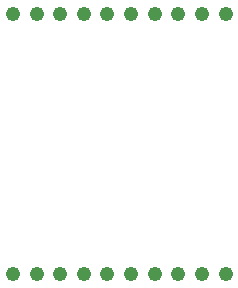
<source format=gbr>
G04 #@! TF.FileFunction,Soldermask,Bot*
%FSLAX46Y46*%
G04 Gerber Fmt 4.6, Leading zero omitted, Abs format (unit mm)*
G04 Created by KiCad (PCBNEW (after 2015-may-25 BZR unknown)-product) date Thu 04 Jun 2015 12:18:02 PM PDT*
%MOMM*%
G01*
G04 APERTURE LIST*
%ADD10C,0.100000*%
%ADD11C,1.224000*%
G04 APERTURE END LIST*
D10*
D11*
X140609500Y-110453500D03*
X142609500Y-110453500D03*
X144609500Y-110453500D03*
X146609500Y-110453500D03*
X148609500Y-110453500D03*
X150609500Y-110453500D03*
X152609500Y-110453500D03*
X154609500Y-110453500D03*
X156609500Y-110453500D03*
X158609500Y-110453500D03*
X140609500Y-88453500D03*
X142609500Y-88453500D03*
X144609500Y-88453500D03*
X146609500Y-88453500D03*
X148609500Y-88453500D03*
X150609500Y-88453500D03*
X152609500Y-88453500D03*
X154609500Y-88453500D03*
X156609500Y-88453500D03*
X158609500Y-88453500D03*
M02*

</source>
